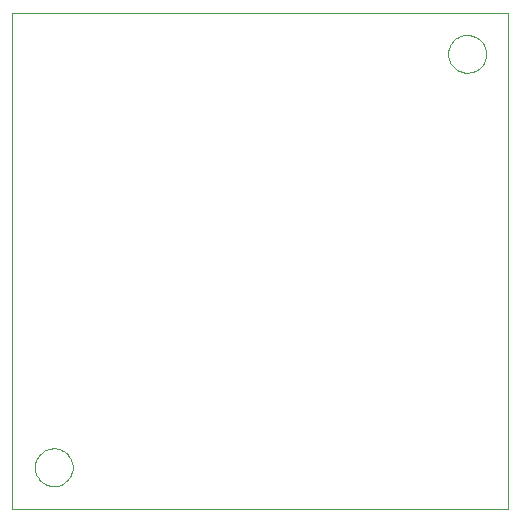
<source format=gko>
G75*
%MOIN*%
%OFA0B0*%
%FSLAX24Y24*%
%IPPOS*%
%LPD*%
%AMOC8*
5,1,8,0,0,1.08239X$1,22.5*
%
%ADD10C,0.0000*%
D10*
X000574Y000417D02*
X000574Y016952D01*
X017109Y016952D01*
X017109Y000417D01*
X000574Y000417D01*
X001322Y001795D02*
X001324Y001845D01*
X001330Y001895D01*
X001340Y001944D01*
X001354Y001992D01*
X001371Y002039D01*
X001392Y002084D01*
X001417Y002128D01*
X001445Y002169D01*
X001477Y002208D01*
X001511Y002245D01*
X001548Y002279D01*
X001588Y002309D01*
X001630Y002336D01*
X001674Y002360D01*
X001720Y002381D01*
X001767Y002397D01*
X001815Y002410D01*
X001865Y002419D01*
X001914Y002424D01*
X001965Y002425D01*
X002015Y002422D01*
X002064Y002415D01*
X002113Y002404D01*
X002161Y002389D01*
X002207Y002371D01*
X002252Y002349D01*
X002295Y002323D01*
X002336Y002294D01*
X002375Y002262D01*
X002411Y002227D01*
X002443Y002189D01*
X002473Y002149D01*
X002500Y002106D01*
X002523Y002062D01*
X002542Y002016D01*
X002558Y001968D01*
X002570Y001919D01*
X002578Y001870D01*
X002582Y001820D01*
X002582Y001770D01*
X002578Y001720D01*
X002570Y001671D01*
X002558Y001622D01*
X002542Y001574D01*
X002523Y001528D01*
X002500Y001484D01*
X002473Y001441D01*
X002443Y001401D01*
X002411Y001363D01*
X002375Y001328D01*
X002336Y001296D01*
X002295Y001267D01*
X002252Y001241D01*
X002207Y001219D01*
X002161Y001201D01*
X002113Y001186D01*
X002064Y001175D01*
X002015Y001168D01*
X001965Y001165D01*
X001914Y001166D01*
X001865Y001171D01*
X001815Y001180D01*
X001767Y001193D01*
X001720Y001209D01*
X001674Y001230D01*
X001630Y001254D01*
X001588Y001281D01*
X001548Y001311D01*
X001511Y001345D01*
X001477Y001382D01*
X001445Y001421D01*
X001417Y001462D01*
X001392Y001506D01*
X001371Y001551D01*
X001354Y001598D01*
X001340Y001646D01*
X001330Y001695D01*
X001324Y001745D01*
X001322Y001795D01*
X015101Y015574D02*
X015103Y015624D01*
X015109Y015674D01*
X015119Y015723D01*
X015133Y015771D01*
X015150Y015818D01*
X015171Y015863D01*
X015196Y015907D01*
X015224Y015948D01*
X015256Y015987D01*
X015290Y016024D01*
X015327Y016058D01*
X015367Y016088D01*
X015409Y016115D01*
X015453Y016139D01*
X015499Y016160D01*
X015546Y016176D01*
X015594Y016189D01*
X015644Y016198D01*
X015693Y016203D01*
X015744Y016204D01*
X015794Y016201D01*
X015843Y016194D01*
X015892Y016183D01*
X015940Y016168D01*
X015986Y016150D01*
X016031Y016128D01*
X016074Y016102D01*
X016115Y016073D01*
X016154Y016041D01*
X016190Y016006D01*
X016222Y015968D01*
X016252Y015928D01*
X016279Y015885D01*
X016302Y015841D01*
X016321Y015795D01*
X016337Y015747D01*
X016349Y015698D01*
X016357Y015649D01*
X016361Y015599D01*
X016361Y015549D01*
X016357Y015499D01*
X016349Y015450D01*
X016337Y015401D01*
X016321Y015353D01*
X016302Y015307D01*
X016279Y015263D01*
X016252Y015220D01*
X016222Y015180D01*
X016190Y015142D01*
X016154Y015107D01*
X016115Y015075D01*
X016074Y015046D01*
X016031Y015020D01*
X015986Y014998D01*
X015940Y014980D01*
X015892Y014965D01*
X015843Y014954D01*
X015794Y014947D01*
X015744Y014944D01*
X015693Y014945D01*
X015644Y014950D01*
X015594Y014959D01*
X015546Y014972D01*
X015499Y014988D01*
X015453Y015009D01*
X015409Y015033D01*
X015367Y015060D01*
X015327Y015090D01*
X015290Y015124D01*
X015256Y015161D01*
X015224Y015200D01*
X015196Y015241D01*
X015171Y015285D01*
X015150Y015330D01*
X015133Y015377D01*
X015119Y015425D01*
X015109Y015474D01*
X015103Y015524D01*
X015101Y015574D01*
M02*

</source>
